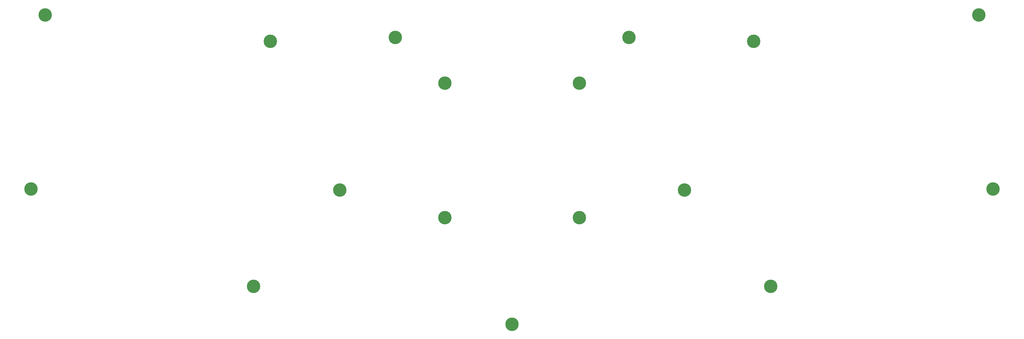
<source format=gbr>
%TF.GenerationSoftware,KiCad,Pcbnew,8.0.1*%
%TF.CreationDate,2024-05-01T11:59:45+09:00*%
%TF.ProjectId,top_plate,746f705f-706c-4617-9465-2e6b69636164,v1.0.0*%
%TF.SameCoordinates,Original*%
%TF.FileFunction,Copper,L1,Top*%
%TF.FilePolarity,Positive*%
%FSLAX46Y46*%
G04 Gerber Fmt 4.6, Leading zero omitted, Abs format (unit mm)*
G04 Created by KiCad (PCBNEW 8.0.1) date 2024-05-01 11:59:45*
%MOMM*%
%LPD*%
G01*
G04 APERTURE LIST*
%TA.AperFunction,ComponentPad*%
%ADD10C,0.700000*%
%TD*%
%TA.AperFunction,ComponentPad*%
%ADD11C,4.400000*%
%TD*%
G04 APERTURE END LIST*
D10*
%TO.P,_1,1*%
%TO.N,N/C*%
X229078031Y-94432502D03*
D11*
X227911305Y-93265776D03*
D10*
X227911305Y-94915776D03*
X229078031Y-92099050D03*
X226261305Y-93265776D03*
X226744579Y-92099050D03*
X226744579Y-94432502D03*
X229561305Y-93265776D03*
X227911305Y-91615776D03*
%TD*%
%TO.P,_2,1*%
%TO.N,N/C*%
X184948031Y-94432502D03*
D11*
X183781305Y-93265776D03*
D10*
X183781305Y-94915776D03*
X184948031Y-92099050D03*
X182131305Y-93265776D03*
X182614579Y-92099050D03*
X182614579Y-94432502D03*
X185431305Y-93265776D03*
X183781305Y-91615776D03*
%TD*%
%TO.P,_3,1*%
%TO.N,N/C*%
X229078031Y-138562502D03*
D11*
X227911305Y-137395776D03*
D10*
X227911305Y-139045776D03*
X229078031Y-136229050D03*
X226261305Y-137395776D03*
X226744579Y-136229050D03*
X226744579Y-138562502D03*
X229561305Y-137395776D03*
X227911305Y-135745776D03*
%TD*%
%TO.P,_4,1*%
%TO.N,N/C*%
X184948031Y-138562502D03*
D11*
X183781305Y-137395776D03*
D10*
X183781305Y-139045776D03*
X184948031Y-136229050D03*
X182131305Y-137395776D03*
X182614579Y-136229050D03*
X182614579Y-138562502D03*
X185431305Y-137395776D03*
X183781305Y-135745776D03*
%TD*%
%TO.P,_5,1*%
%TO.N,N/C*%
X53445824Y-72376087D03*
D11*
X52748504Y-70880679D03*
D10*
X52184171Y-72431172D03*
X54243912Y-70183359D03*
X51198011Y-70316346D03*
X52051184Y-69385271D03*
X51253096Y-71577999D03*
X54298997Y-71445012D03*
X53312837Y-69330186D03*
%TD*%
%TO.P,_6,1*%
%TO.N,N/C*%
X48828272Y-129475295D03*
D11*
X48130952Y-127979887D03*
D10*
X47566619Y-129530380D03*
X49626360Y-127282567D03*
X46580459Y-127415554D03*
X47433632Y-126484479D03*
X46635544Y-128677207D03*
X49681445Y-128544220D03*
X48695285Y-126429394D03*
%TD*%
%TO.P,_7,1*%
%TO.N,N/C*%
X127317007Y-81070880D03*
D11*
X126619687Y-79575472D03*
D10*
X126055354Y-81125965D03*
X128115095Y-78878152D03*
X125069194Y-79011139D03*
X125922367Y-78080064D03*
X125124279Y-80272792D03*
X128170180Y-80139805D03*
X127184020Y-78024979D03*
%TD*%
%TO.P,_8,1*%
%TO.N,N/C*%
X168224033Y-79784317D03*
D11*
X167526713Y-78288909D03*
D10*
X166962380Y-79839402D03*
X169022121Y-77591589D03*
X165976220Y-77724576D03*
X166829393Y-76793501D03*
X166031305Y-78986229D03*
X169077206Y-78853242D03*
X168091046Y-76738416D03*
%TD*%
%TO.P,_9,1*%
%TO.N,N/C*%
X150011460Y-129822949D03*
D11*
X149314140Y-128327541D03*
D10*
X148749807Y-129878034D03*
X150809548Y-127630221D03*
X147763647Y-127763208D03*
X148616820Y-126832133D03*
X147818732Y-129024861D03*
X150864633Y-128891874D03*
X149878473Y-126777048D03*
%TD*%
%TO.P,_10,1*%
%TO.N,N/C*%
X120907754Y-161516254D03*
D11*
X121051561Y-159872533D03*
D10*
X119787588Y-160933133D03*
X122695282Y-160016340D03*
X119990961Y-158608560D03*
X121195368Y-158228812D03*
X119407840Y-159728726D03*
X122112161Y-161136506D03*
X122315534Y-158811933D03*
%TD*%
%TO.P,_11,1*%
%TO.N,N/C*%
X360439513Y-71577999D03*
D11*
X358944105Y-70880679D03*
D10*
X359508438Y-72431172D03*
X359641425Y-69385271D03*
X357393612Y-71445012D03*
X357448697Y-70183359D03*
X358246785Y-72376087D03*
X360494598Y-70316346D03*
X358379772Y-69330186D03*
%TD*%
%TO.P,_12,1*%
%TO.N,N/C*%
X365057065Y-128677207D03*
D11*
X363561657Y-127979887D03*
D10*
X364125990Y-129530380D03*
X364258977Y-126484479D03*
X362011164Y-128544220D03*
X362066249Y-127282567D03*
X362864337Y-129475295D03*
X365112150Y-127415554D03*
X362997324Y-126429394D03*
%TD*%
%TO.P,_13,1*%
%TO.N,N/C*%
X286568330Y-80272792D03*
D11*
X285072922Y-79575472D03*
D10*
X285637255Y-81125965D03*
X285770242Y-78080064D03*
X283522429Y-80139805D03*
X283577514Y-78878152D03*
X284375602Y-81070880D03*
X286623415Y-79011139D03*
X284508589Y-78024979D03*
%TD*%
%TO.P,_14,1*%
%TO.N,N/C*%
X245661304Y-78986229D03*
D11*
X244165896Y-78288909D03*
D10*
X244730229Y-79839402D03*
X244863216Y-76793501D03*
X242615403Y-78853242D03*
X242670488Y-77591589D03*
X243468576Y-79784317D03*
X245716389Y-77724576D03*
X243601563Y-76738416D03*
%TD*%
%TO.P,_15,1*%
%TO.N,N/C*%
X263873877Y-129024861D03*
D11*
X262378469Y-128327541D03*
D10*
X262942802Y-129878034D03*
X263075789Y-126832133D03*
X260827976Y-128891874D03*
X260883061Y-127630221D03*
X261681149Y-129822949D03*
X263928962Y-127763208D03*
X261814136Y-126777048D03*
%TD*%
%TO.P,_16,1*%
%TO.N,N/C*%
X292284769Y-159728726D03*
D11*
X290641048Y-159872533D03*
D10*
X291905021Y-160933133D03*
X290497241Y-158228812D03*
X289580448Y-161136506D03*
X288997327Y-160016340D03*
X290784855Y-161516254D03*
X291701648Y-158608560D03*
X289377075Y-158811933D03*
%TD*%
%TO.P,_17,1*%
%TO.N,N/C*%
X207013031Y-173497502D03*
D11*
X205846305Y-172330776D03*
D10*
X205846305Y-173980776D03*
X207013031Y-171164050D03*
X204196305Y-172330776D03*
X204679579Y-171164050D03*
X204679579Y-173497502D03*
X207496305Y-172330776D03*
X205846305Y-170680776D03*
%TD*%
M02*

</source>
